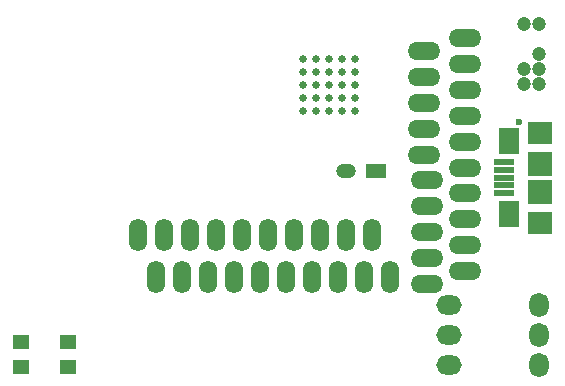
<source format=gts>
G04*
G04 #@! TF.GenerationSoftware,Altium Limited,Altium Designer,21.0.8 (223)*
G04*
G04 Layer_Color=8388736*
%FSLAX25Y25*%
%MOIN*%
G70*
G04*
G04 #@! TF.SameCoordinates,EF4533CB-43BA-4D4A-9F5A-5D0E2D4B1FA1*
G04*
G04*
G04 #@! TF.FilePolarity,Negative*
G04*
G01*
G75*
%ADD18R,0.08071X0.08071*%
%ADD19R,0.08071X0.07677*%
%ADD20R,0.07087X0.02165*%
%ADD21R,0.06890X0.08858*%
%ADD22R,0.05315X0.04921*%
%ADD23O,0.10827X0.06102*%
%ADD24R,0.06591X0.04991*%
%ADD25O,0.06591X0.04991*%
%ADD26O,0.06102X0.10827*%
%ADD27O,0.06591X0.08091*%
%ADD28O,0.08465X0.06496*%
%ADD29C,0.00591*%
%ADD30C,0.04724*%
%ADD31C,0.02362*%
%ADD32C,0.02559*%
D18*
X388400Y296024D02*
D03*
Y286576D02*
D03*
D19*
Y306261D02*
D03*
Y276339D02*
D03*
D20*
X376687Y291300D02*
D03*
Y288741D02*
D03*
Y286182D02*
D03*
Y293859D02*
D03*
Y296418D02*
D03*
D21*
X378361Y279095D02*
D03*
Y303505D02*
D03*
D22*
X215700Y228166D02*
D03*
Y236434D02*
D03*
X231100Y228166D02*
D03*
Y236434D02*
D03*
D23*
X363614Y260063D02*
D03*
Y268724D02*
D03*
Y277386D02*
D03*
Y286047D02*
D03*
Y294709D02*
D03*
Y303370D02*
D03*
Y312032D02*
D03*
Y320693D02*
D03*
Y329354D02*
D03*
Y338016D02*
D03*
X350835Y255732D02*
D03*
Y264394D02*
D03*
Y273055D02*
D03*
Y281716D02*
D03*
Y290378D02*
D03*
X349835Y299039D02*
D03*
Y307701D02*
D03*
Y316362D02*
D03*
Y325024D02*
D03*
Y333685D02*
D03*
D24*
X334000Y293500D02*
D03*
D25*
X324000D02*
D03*
D26*
X332571Y272067D02*
D03*
X323910D02*
D03*
X315248D02*
D03*
X297926D02*
D03*
X289264D02*
D03*
X271941D02*
D03*
X263280D02*
D03*
X254619D02*
D03*
X306587D02*
D03*
X280603D02*
D03*
X260524Y258287D02*
D03*
X269185D02*
D03*
X277847D02*
D03*
X286508D02*
D03*
X295170D02*
D03*
X303831D02*
D03*
X312493D02*
D03*
X321154D02*
D03*
X329815D02*
D03*
X338477D02*
D03*
D27*
X388366Y248994D02*
D03*
Y238994D02*
D03*
Y228994D02*
D03*
D28*
X358234Y249006D02*
D03*
Y239006D02*
D03*
Y229006D02*
D03*
D29*
X383300Y347400D02*
D03*
Y337400D02*
D03*
X388300Y347400D02*
D03*
Y337400D02*
D03*
X383300Y332400D02*
D03*
Y317400D02*
D03*
X388300D02*
D03*
D30*
X383300Y342400D02*
D03*
X388300D02*
D03*
Y332400D02*
D03*
X383300Y327400D02*
D03*
Y322400D02*
D03*
X388300Y327400D02*
D03*
Y322400D02*
D03*
D31*
X381500Y310000D02*
D03*
D32*
X309669Y313669D02*
D03*
X314000D02*
D03*
X318331D02*
D03*
X322661D02*
D03*
X326992D02*
D03*
X309669Y318000D02*
D03*
X314000D02*
D03*
X318331D02*
D03*
X322661D02*
D03*
X326992D02*
D03*
X309669Y322331D02*
D03*
X314000D02*
D03*
X318331D02*
D03*
X322661D02*
D03*
X326992D02*
D03*
X309669Y326661D02*
D03*
X314000D02*
D03*
X318331D02*
D03*
X322661D02*
D03*
X326992D02*
D03*
X309669Y330992D02*
D03*
X314000D02*
D03*
X318331D02*
D03*
X322661D02*
D03*
X326992D02*
D03*
M02*

</source>
